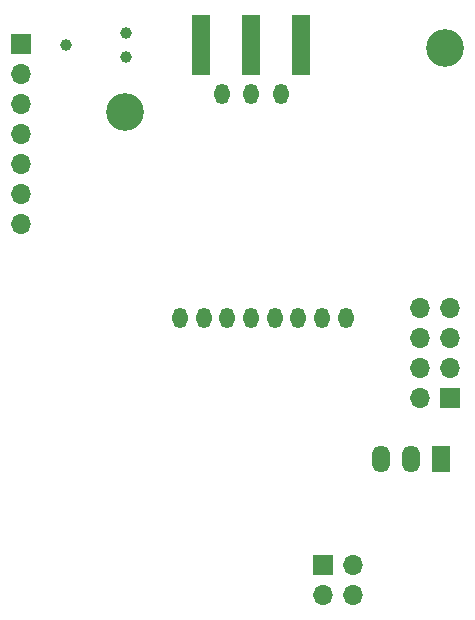
<source format=gbs>
G04 #@! TF.GenerationSoftware,KiCad,Pcbnew,(5.1.9-0-10_14)*
G04 #@! TF.CreationDate,2022-01-05T15:59:07+01:00*
G04 #@! TF.ProjectId,ithowifi_4l,6974686f-7769-4666-995f-346c2e6b6963,rev?*
G04 #@! TF.SameCoordinates,Original*
G04 #@! TF.FileFunction,Soldermask,Bot*
G04 #@! TF.FilePolarity,Negative*
%FSLAX46Y46*%
G04 Gerber Fmt 4.6, Leading zero omitted, Abs format (unit mm)*
G04 Created by KiCad (PCBNEW (5.1.9-0-10_14)) date 2022-01-05 15:59:07*
%MOMM*%
%LPD*%
G01*
G04 APERTURE LIST*
%ADD10O,1.300000X1.750000*%
%ADD11C,3.200000*%
%ADD12C,1.500000*%
%ADD13O,1.700000X1.700000*%
%ADD14R,1.700000X1.700000*%
%ADD15C,0.990600*%
%ADD16R,1.500000X5.080000*%
%ADD17O,1.500000X2.300000*%
%ADD18R,1.500000X2.300000*%
G04 APERTURE END LIST*
D10*
X107672000Y-112039000D03*
X105172000Y-112039000D03*
X102672000Y-112039000D03*
X99172000Y-131039000D03*
X101172000Y-131039000D03*
X103172000Y-131039000D03*
X105172000Y-131039000D03*
X107172000Y-131039000D03*
X109172000Y-131039000D03*
X111172000Y-131039000D03*
X113172000Y-131039000D03*
D11*
X121630000Y-108120000D03*
D12*
X105182180Y-109251460D03*
D13*
X113832000Y-154468000D03*
X111292000Y-154468000D03*
X113832000Y-151928000D03*
D14*
X111292000Y-151928000D03*
D11*
X94488000Y-113538000D03*
D15*
X94576000Y-108917400D03*
X94576000Y-106885400D03*
X89496000Y-107901400D03*
D13*
X85725000Y-123037600D03*
X85725000Y-120497600D03*
X85725000Y-117957600D03*
X85725000Y-115417600D03*
X85725000Y-112877600D03*
X85725000Y-110337600D03*
D14*
X85725000Y-107797600D03*
D16*
X100931400Y-107848400D03*
X109431400Y-107848400D03*
X105181400Y-107848400D03*
D17*
X116179600Y-142951200D03*
X118719600Y-142951200D03*
D18*
X121259600Y-142951200D03*
D14*
X122047000Y-137795000D03*
D13*
X119507000Y-137795000D03*
X122047000Y-135255000D03*
X119507000Y-135255000D03*
X122047000Y-132715000D03*
X119507000Y-132715000D03*
X122047000Y-130175000D03*
X119507000Y-130175000D03*
M02*

</source>
